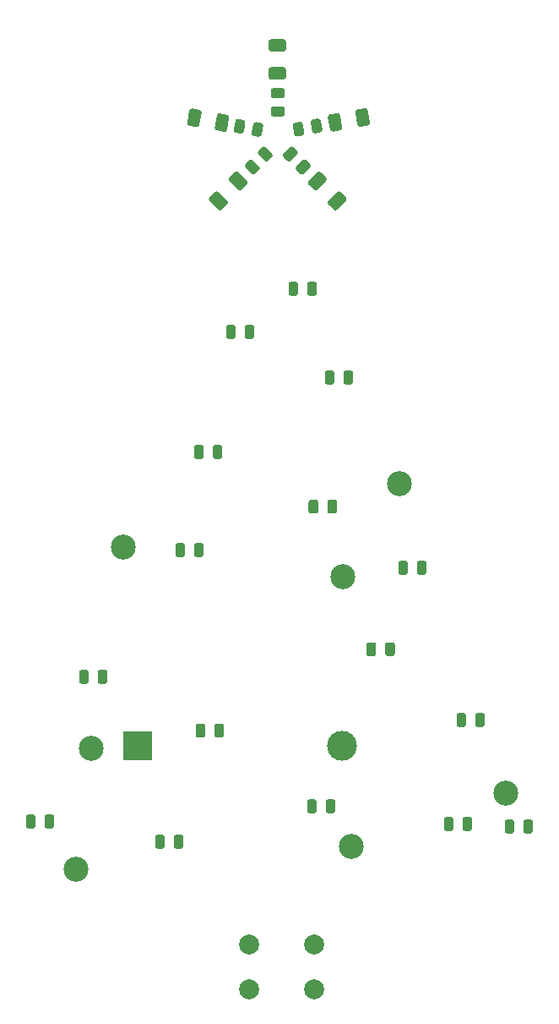
<source format=gbr>
%TF.GenerationSoftware,KiCad,Pcbnew,(5.1.10-1-10_14)*%
%TF.CreationDate,2021-11-29T00:45:18-05:00*%
%TF.ProjectId,christmas-ornament-pcb,63687269-7374-46d6-9173-2d6f726e616d,rev?*%
%TF.SameCoordinates,Original*%
%TF.FileFunction,Soldermask,Top*%
%TF.FilePolarity,Negative*%
%FSLAX46Y46*%
G04 Gerber Fmt 4.6, Leading zero omitted, Abs format (unit mm)*
G04 Created by KiCad (PCBNEW (5.1.10-1-10_14)) date 2021-11-29 00:45:18*
%MOMM*%
%LPD*%
G01*
G04 APERTURE LIST*
%ADD10R,3.000000X3.000000*%
%ADD11C,3.000000*%
%ADD12C,2.500000*%
%ADD13C,2.000000*%
G04 APERTURE END LIST*
D10*
%TO.C,BT1*%
X135790000Y-108500000D03*
D11*
X156280000Y-108500000D03*
%TD*%
%TO.C,R27*%
G36*
G01*
X152327935Y-46236295D02*
X152484219Y-47122624D01*
G75*
G02*
X152281430Y-47412237I-246201J-43412D01*
G01*
X151764404Y-47503402D01*
G75*
G02*
X151474791Y-47300613I-43412J246201D01*
G01*
X151318507Y-46414284D01*
G75*
G02*
X151521296Y-46124671I246201J43412D01*
G01*
X152038322Y-46033506D01*
G75*
G02*
X152327935Y-46236295I43412J-246201D01*
G01*
G37*
G36*
G01*
X154125209Y-45919387D02*
X154281493Y-46805716D01*
G75*
G02*
X154078704Y-47095329I-246201J-43412D01*
G01*
X153561678Y-47186494D01*
G75*
G02*
X153272065Y-46983705I-43412J246201D01*
G01*
X153115781Y-46097376D01*
G75*
G02*
X153318570Y-45807763I246201J43412D01*
G01*
X153835596Y-45716598D01*
G75*
G02*
X154125209Y-45919387I43412J-246201D01*
G01*
G37*
%TD*%
%TO.C,R26*%
G36*
G01*
X151767356Y-49300958D02*
X151130958Y-49937356D01*
G75*
G02*
X150777406Y-49937356I-176776J176776D01*
G01*
X150406174Y-49566124D01*
G75*
G02*
X150406174Y-49212572I176776J176776D01*
G01*
X151042572Y-48576174D01*
G75*
G02*
X151396124Y-48576174I176776J-176776D01*
G01*
X151767356Y-48947406D01*
G75*
G02*
X151767356Y-49300958I-176776J-176776D01*
G01*
G37*
G36*
G01*
X153057826Y-50591428D02*
X152421428Y-51227826D01*
G75*
G02*
X152067876Y-51227826I-176776J176776D01*
G01*
X151696644Y-50856594D01*
G75*
G02*
X151696644Y-50503042I176776J176776D01*
G01*
X152333042Y-49866644D01*
G75*
G02*
X152686594Y-49866644I176776J-176776D01*
G01*
X153057826Y-50237876D01*
G75*
G02*
X153057826Y-50591428I-176776J-176776D01*
G01*
G37*
%TD*%
%TO.C,R25*%
G36*
G01*
X148523042Y-49937356D02*
X147886644Y-49300958D01*
G75*
G02*
X147886644Y-48947406I176776J176776D01*
G01*
X148257876Y-48576174D01*
G75*
G02*
X148611428Y-48576174I176776J-176776D01*
G01*
X149247826Y-49212572D01*
G75*
G02*
X149247826Y-49566124I-176776J-176776D01*
G01*
X148876594Y-49937356D01*
G75*
G02*
X148523042Y-49937356I-176776J176776D01*
G01*
G37*
G36*
G01*
X147232572Y-51227826D02*
X146596174Y-50591428D01*
G75*
G02*
X146596174Y-50237876I176776J176776D01*
G01*
X146967406Y-49866644D01*
G75*
G02*
X147320958Y-49866644I176776J-176776D01*
G01*
X147957356Y-50503042D01*
G75*
G02*
X147957356Y-50856594I-176776J-176776D01*
G01*
X147586124Y-51227826D01*
G75*
G02*
X147232572Y-51227826I-176776J176776D01*
G01*
G37*
%TD*%
%TO.C,R24*%
G36*
G01*
X147195781Y-47142624D02*
X147352065Y-46256295D01*
G75*
G02*
X147641678Y-46053506I246201J-43412D01*
G01*
X148158704Y-46144671D01*
G75*
G02*
X148361493Y-46434284I-43412J-246201D01*
G01*
X148205209Y-47320613D01*
G75*
G02*
X147915596Y-47523402I-246201J43412D01*
G01*
X147398570Y-47432237D01*
G75*
G02*
X147195781Y-47142624I43412J246201D01*
G01*
G37*
G36*
G01*
X145398507Y-46825716D02*
X145554791Y-45939387D01*
G75*
G02*
X145844404Y-45736598I246201J-43412D01*
G01*
X146361430Y-45827763D01*
G75*
G02*
X146564219Y-46117376I-43412J-246201D01*
G01*
X146407935Y-47003705D01*
G75*
G02*
X146118322Y-47206494I-246201J43412D01*
G01*
X145601296Y-47115329D01*
G75*
G02*
X145398507Y-46825716I43412J246201D01*
G01*
G37*
%TD*%
%TO.C,D21*%
G36*
G01*
X157829756Y-46316928D02*
X157612696Y-45085918D01*
G75*
G02*
X157815486Y-44796304I246202J43412D01*
G01*
X158554092Y-44666068D01*
G75*
G02*
X158843706Y-44868858I43412J-246202D01*
G01*
X159060766Y-46099868D01*
G75*
G02*
X158857976Y-46389482I-246202J-43412D01*
G01*
X158119370Y-46519718D01*
G75*
G02*
X157829756Y-46316928I-43412J246202D01*
G01*
G37*
G36*
G01*
X155072294Y-46803142D02*
X154855234Y-45572132D01*
G75*
G02*
X155058024Y-45282518I246202J43412D01*
G01*
X155796630Y-45152282D01*
G75*
G02*
X156086244Y-45355072I43412J-246202D01*
G01*
X156303304Y-46586082D01*
G75*
G02*
X156100514Y-46875696I-246202J-43412D01*
G01*
X155361908Y-47005932D01*
G75*
G02*
X155072294Y-46803142I-43412J246202D01*
G01*
G37*
%TD*%
%TO.C,D20*%
G36*
G01*
X154886065Y-53939949D02*
X155769949Y-53056065D01*
G75*
G02*
X156123503Y-53056065I176777J-176777D01*
G01*
X156653833Y-53586395D01*
G75*
G02*
X156653833Y-53939949I-176777J-176777D01*
G01*
X155769949Y-54823833D01*
G75*
G02*
X155416395Y-54823833I-176777J176777D01*
G01*
X154886065Y-54293503D01*
G75*
G02*
X154886065Y-53939949I176777J176777D01*
G01*
G37*
G36*
G01*
X152906167Y-51960051D02*
X153790051Y-51076167D01*
G75*
G02*
X154143605Y-51076167I176777J-176777D01*
G01*
X154673935Y-51606497D01*
G75*
G02*
X154673935Y-51960051I-176777J-176777D01*
G01*
X153790051Y-52843935D01*
G75*
G02*
X153436497Y-52843935I-176777J176777D01*
G01*
X152906167Y-52313605D01*
G75*
G02*
X152906167Y-51960051I176777J176777D01*
G01*
G37*
%TD*%
%TO.C,D19*%
G36*
G01*
X143884051Y-53056065D02*
X144767935Y-53939949D01*
G75*
G02*
X144767935Y-54293503I-176777J-176777D01*
G01*
X144237605Y-54823833D01*
G75*
G02*
X143884051Y-54823833I-176777J176777D01*
G01*
X143000167Y-53939949D01*
G75*
G02*
X143000167Y-53586395I176777J176777D01*
G01*
X143530497Y-53056065D01*
G75*
G02*
X143884051Y-53056065I176777J-176777D01*
G01*
G37*
G36*
G01*
X145863949Y-51076167D02*
X146747833Y-51960051D01*
G75*
G02*
X146747833Y-52313605I-176777J-176777D01*
G01*
X146217503Y-52843935D01*
G75*
G02*
X145863949Y-52843935I-176777J176777D01*
G01*
X144980065Y-51960051D01*
G75*
G02*
X144980065Y-51606497I176777J176777D01*
G01*
X145510395Y-51076167D01*
G75*
G02*
X145863949Y-51076167I176777J-176777D01*
G01*
G37*
%TD*%
%TO.C,D18*%
G36*
G01*
X142199304Y-45115918D02*
X141982244Y-46346928D01*
G75*
G02*
X141692630Y-46549718I-246202J43412D01*
G01*
X140954024Y-46419482D01*
G75*
G02*
X140751234Y-46129868I43412J246202D01*
G01*
X140968294Y-44898858D01*
G75*
G02*
X141257908Y-44696068I246202J-43412D01*
G01*
X141996514Y-44826304D01*
G75*
G02*
X142199304Y-45115918I-43412J-246202D01*
G01*
G37*
G36*
G01*
X144956766Y-45602132D02*
X144739706Y-46833142D01*
G75*
G02*
X144450092Y-47035932I-246202J43412D01*
G01*
X143711486Y-46905696D01*
G75*
G02*
X143508696Y-46616082I43412J246202D01*
G01*
X143725756Y-45385072D01*
G75*
G02*
X144015370Y-45182282I246202J-43412D01*
G01*
X144753976Y-45312518D01*
G75*
G02*
X144956766Y-45602132I-43412J-246202D01*
G01*
G37*
%TD*%
%TO.C,D17*%
G36*
G01*
X150405000Y-39001000D02*
X149155000Y-39001000D01*
G75*
G02*
X148905000Y-38751000I0J250000D01*
G01*
X148905000Y-38001000D01*
G75*
G02*
X149155000Y-37751000I250000J0D01*
G01*
X150405000Y-37751000D01*
G75*
G02*
X150655000Y-38001000I0J-250000D01*
G01*
X150655000Y-38751000D01*
G75*
G02*
X150405000Y-39001000I-250000J0D01*
G01*
G37*
G36*
G01*
X150405000Y-41801000D02*
X149155000Y-41801000D01*
G75*
G02*
X148905000Y-41551000I0J250000D01*
G01*
X148905000Y-40801000D01*
G75*
G02*
X149155000Y-40551000I250000J0D01*
G01*
X150405000Y-40551000D01*
G75*
G02*
X150655000Y-40801000I0J-250000D01*
G01*
X150655000Y-41551000D01*
G75*
G02*
X150405000Y-41801000I-250000J0D01*
G01*
G37*
%TD*%
%TO.C,R23*%
G36*
G01*
X149379999Y-44480000D02*
X150280001Y-44480000D01*
G75*
G02*
X150530000Y-44729999I0J-249999D01*
G01*
X150530000Y-45255001D01*
G75*
G02*
X150280001Y-45505000I-249999J0D01*
G01*
X149379999Y-45505000D01*
G75*
G02*
X149130000Y-45255001I0J249999D01*
G01*
X149130000Y-44729999D01*
G75*
G02*
X149379999Y-44480000I249999J0D01*
G01*
G37*
G36*
G01*
X149379999Y-42655000D02*
X150280001Y-42655000D01*
G75*
G02*
X150530000Y-42904999I0J-249999D01*
G01*
X150530000Y-43430001D01*
G75*
G02*
X150280001Y-43680000I-249999J0D01*
G01*
X149379999Y-43680000D01*
G75*
G02*
X149130000Y-43430001I0J249999D01*
G01*
X149130000Y-42904999D01*
G75*
G02*
X149379999Y-42655000I249999J0D01*
G01*
G37*
%TD*%
D12*
%TO.C,REF\u002A\u002A*%
X157226000Y-118618000D03*
%TD*%
%TO.C,REF\u002A\u002A*%
X129570000Y-120880000D03*
%TD*%
%TO.C,REF\u002A\u002A*%
X131100000Y-108730000D03*
%TD*%
%TO.C,REF\u002A\u002A*%
X156320000Y-91600000D03*
%TD*%
%TO.C,REF\u002A\u002A*%
X172720000Y-113284000D03*
%TD*%
%TO.C,REF\u002A\u002A*%
X162052000Y-82296000D03*
%TD*%
%TO.C,REF\u002A\u002A*%
X134366000Y-88646000D03*
%TD*%
%TO.C,D16*%
G36*
G01*
X143460000Y-107456250D02*
X143460000Y-106543750D01*
G75*
G02*
X143703750Y-106300000I243750J0D01*
G01*
X144191250Y-106300000D01*
G75*
G02*
X144435000Y-106543750I0J-243750D01*
G01*
X144435000Y-107456250D01*
G75*
G02*
X144191250Y-107700000I-243750J0D01*
G01*
X143703750Y-107700000D01*
G75*
G02*
X143460000Y-107456250I0J243750D01*
G01*
G37*
G36*
G01*
X141585000Y-107456250D02*
X141585000Y-106543750D01*
G75*
G02*
X141828750Y-106300000I243750J0D01*
G01*
X142316250Y-106300000D01*
G75*
G02*
X142560000Y-106543750I0J-243750D01*
G01*
X142560000Y-107456250D01*
G75*
G02*
X142316250Y-107700000I-243750J0D01*
G01*
X141828750Y-107700000D01*
G75*
G02*
X141585000Y-107456250I0J243750D01*
G01*
G37*
%TD*%
%TO.C,D15*%
G36*
G01*
X152771500Y-63194250D02*
X152771500Y-62281750D01*
G75*
G02*
X153015250Y-62038000I243750J0D01*
G01*
X153502750Y-62038000D01*
G75*
G02*
X153746500Y-62281750I0J-243750D01*
G01*
X153746500Y-63194250D01*
G75*
G02*
X153502750Y-63438000I-243750J0D01*
G01*
X153015250Y-63438000D01*
G75*
G02*
X152771500Y-63194250I0J243750D01*
G01*
G37*
G36*
G01*
X150896500Y-63194250D02*
X150896500Y-62281750D01*
G75*
G02*
X151140250Y-62038000I243750J0D01*
G01*
X151627750Y-62038000D01*
G75*
G02*
X151871500Y-62281750I0J-243750D01*
G01*
X151871500Y-63194250D01*
G75*
G02*
X151627750Y-63438000I-243750J0D01*
G01*
X151140250Y-63438000D01*
G75*
G02*
X150896500Y-63194250I0J243750D01*
G01*
G37*
%TD*%
%TO.C,D14*%
G36*
G01*
X168344000Y-116788250D02*
X168344000Y-115875750D01*
G75*
G02*
X168587750Y-115632000I243750J0D01*
G01*
X169075250Y-115632000D01*
G75*
G02*
X169319000Y-115875750I0J-243750D01*
G01*
X169319000Y-116788250D01*
G75*
G02*
X169075250Y-117032000I-243750J0D01*
G01*
X168587750Y-117032000D01*
G75*
G02*
X168344000Y-116788250I0J243750D01*
G01*
G37*
G36*
G01*
X166469000Y-116788250D02*
X166469000Y-115875750D01*
G75*
G02*
X166712750Y-115632000I243750J0D01*
G01*
X167200250Y-115632000D01*
G75*
G02*
X167444000Y-115875750I0J-243750D01*
G01*
X167444000Y-116788250D01*
G75*
G02*
X167200250Y-117032000I-243750J0D01*
G01*
X166712750Y-117032000D01*
G75*
G02*
X166469000Y-116788250I0J243750D01*
G01*
G37*
%TD*%
%TO.C,D13*%
G36*
G01*
X154790000Y-85016250D02*
X154790000Y-84103750D01*
G75*
G02*
X155033750Y-83860000I243750J0D01*
G01*
X155521250Y-83860000D01*
G75*
G02*
X155765000Y-84103750I0J-243750D01*
G01*
X155765000Y-85016250D01*
G75*
G02*
X155521250Y-85260000I-243750J0D01*
G01*
X155033750Y-85260000D01*
G75*
G02*
X154790000Y-85016250I0J243750D01*
G01*
G37*
G36*
G01*
X152915000Y-85016250D02*
X152915000Y-84103750D01*
G75*
G02*
X153158750Y-83860000I243750J0D01*
G01*
X153646250Y-83860000D01*
G75*
G02*
X153890000Y-84103750I0J-243750D01*
G01*
X153890000Y-85016250D01*
G75*
G02*
X153646250Y-85260000I-243750J0D01*
G01*
X153158750Y-85260000D01*
G75*
G02*
X152915000Y-85016250I0J243750D01*
G01*
G37*
%TD*%
%TO.C,D12*%
G36*
G01*
X126434000Y-116534250D02*
X126434000Y-115621750D01*
G75*
G02*
X126677750Y-115378000I243750J0D01*
G01*
X127165250Y-115378000D01*
G75*
G02*
X127409000Y-115621750I0J-243750D01*
G01*
X127409000Y-116534250D01*
G75*
G02*
X127165250Y-116778000I-243750J0D01*
G01*
X126677750Y-116778000D01*
G75*
G02*
X126434000Y-116534250I0J243750D01*
G01*
G37*
G36*
G01*
X124559000Y-116534250D02*
X124559000Y-115621750D01*
G75*
G02*
X124802750Y-115378000I243750J0D01*
G01*
X125290250Y-115378000D01*
G75*
G02*
X125534000Y-115621750I0J-243750D01*
G01*
X125534000Y-116534250D01*
G75*
G02*
X125290250Y-116778000I-243750J0D01*
G01*
X124802750Y-116778000D01*
G75*
G02*
X124559000Y-116534250I0J243750D01*
G01*
G37*
%TD*%
%TO.C,D11*%
G36*
G01*
X143300000Y-79536250D02*
X143300000Y-78623750D01*
G75*
G02*
X143543750Y-78380000I243750J0D01*
G01*
X144031250Y-78380000D01*
G75*
G02*
X144275000Y-78623750I0J-243750D01*
G01*
X144275000Y-79536250D01*
G75*
G02*
X144031250Y-79780000I-243750J0D01*
G01*
X143543750Y-79780000D01*
G75*
G02*
X143300000Y-79536250I0J243750D01*
G01*
G37*
G36*
G01*
X141425000Y-79536250D02*
X141425000Y-78623750D01*
G75*
G02*
X141668750Y-78380000I243750J0D01*
G01*
X142156250Y-78380000D01*
G75*
G02*
X142400000Y-78623750I0J-243750D01*
G01*
X142400000Y-79536250D01*
G75*
G02*
X142156250Y-79780000I-243750J0D01*
G01*
X141668750Y-79780000D01*
G75*
G02*
X141425000Y-79536250I0J243750D01*
G01*
G37*
%TD*%
%TO.C,D10*%
G36*
G01*
X174440000Y-117042250D02*
X174440000Y-116129750D01*
G75*
G02*
X174683750Y-115886000I243750J0D01*
G01*
X175171250Y-115886000D01*
G75*
G02*
X175415000Y-116129750I0J-243750D01*
G01*
X175415000Y-117042250D01*
G75*
G02*
X175171250Y-117286000I-243750J0D01*
G01*
X174683750Y-117286000D01*
G75*
G02*
X174440000Y-117042250I0J243750D01*
G01*
G37*
G36*
G01*
X172565000Y-117042250D02*
X172565000Y-116129750D01*
G75*
G02*
X172808750Y-115886000I243750J0D01*
G01*
X173296250Y-115886000D01*
G75*
G02*
X173540000Y-116129750I0J-243750D01*
G01*
X173540000Y-117042250D01*
G75*
G02*
X173296250Y-117286000I-243750J0D01*
G01*
X172808750Y-117286000D01*
G75*
G02*
X172565000Y-117042250I0J243750D01*
G01*
G37*
%TD*%
%TO.C,D9*%
G36*
G01*
X160590000Y-99296250D02*
X160590000Y-98383750D01*
G75*
G02*
X160833750Y-98140000I243750J0D01*
G01*
X161321250Y-98140000D01*
G75*
G02*
X161565000Y-98383750I0J-243750D01*
G01*
X161565000Y-99296250D01*
G75*
G02*
X161321250Y-99540000I-243750J0D01*
G01*
X160833750Y-99540000D01*
G75*
G02*
X160590000Y-99296250I0J243750D01*
G01*
G37*
G36*
G01*
X158715000Y-99296250D02*
X158715000Y-98383750D01*
G75*
G02*
X158958750Y-98140000I243750J0D01*
G01*
X159446250Y-98140000D01*
G75*
G02*
X159690000Y-98383750I0J-243750D01*
G01*
X159690000Y-99296250D01*
G75*
G02*
X159446250Y-99540000I-243750J0D01*
G01*
X158958750Y-99540000D01*
G75*
G02*
X158715000Y-99296250I0J243750D01*
G01*
G37*
%TD*%
%TO.C,D8*%
G36*
G01*
X169614000Y-106374250D02*
X169614000Y-105461750D01*
G75*
G02*
X169857750Y-105218000I243750J0D01*
G01*
X170345250Y-105218000D01*
G75*
G02*
X170589000Y-105461750I0J-243750D01*
G01*
X170589000Y-106374250D01*
G75*
G02*
X170345250Y-106618000I-243750J0D01*
G01*
X169857750Y-106618000D01*
G75*
G02*
X169614000Y-106374250I0J243750D01*
G01*
G37*
G36*
G01*
X167739000Y-106374250D02*
X167739000Y-105461750D01*
G75*
G02*
X167982750Y-105218000I243750J0D01*
G01*
X168470250Y-105218000D01*
G75*
G02*
X168714000Y-105461750I0J-243750D01*
G01*
X168714000Y-106374250D01*
G75*
G02*
X168470250Y-106618000I-243750J0D01*
G01*
X167982750Y-106618000D01*
G75*
G02*
X167739000Y-106374250I0J243750D01*
G01*
G37*
%TD*%
%TO.C,D7*%
G36*
G01*
X141420000Y-89356250D02*
X141420000Y-88443750D01*
G75*
G02*
X141663750Y-88200000I243750J0D01*
G01*
X142151250Y-88200000D01*
G75*
G02*
X142395000Y-88443750I0J-243750D01*
G01*
X142395000Y-89356250D01*
G75*
G02*
X142151250Y-89600000I-243750J0D01*
G01*
X141663750Y-89600000D01*
G75*
G02*
X141420000Y-89356250I0J243750D01*
G01*
G37*
G36*
G01*
X139545000Y-89356250D02*
X139545000Y-88443750D01*
G75*
G02*
X139788750Y-88200000I243750J0D01*
G01*
X140276250Y-88200000D01*
G75*
G02*
X140520000Y-88443750I0J-243750D01*
G01*
X140520000Y-89356250D01*
G75*
G02*
X140276250Y-89600000I-243750J0D01*
G01*
X139788750Y-89600000D01*
G75*
G02*
X139545000Y-89356250I0J243750D01*
G01*
G37*
%TD*%
%TO.C,D6*%
G36*
G01*
X139388000Y-118566250D02*
X139388000Y-117653750D01*
G75*
G02*
X139631750Y-117410000I243750J0D01*
G01*
X140119250Y-117410000D01*
G75*
G02*
X140363000Y-117653750I0J-243750D01*
G01*
X140363000Y-118566250D01*
G75*
G02*
X140119250Y-118810000I-243750J0D01*
G01*
X139631750Y-118810000D01*
G75*
G02*
X139388000Y-118566250I0J243750D01*
G01*
G37*
G36*
G01*
X137513000Y-118566250D02*
X137513000Y-117653750D01*
G75*
G02*
X137756750Y-117410000I243750J0D01*
G01*
X138244250Y-117410000D01*
G75*
G02*
X138488000Y-117653750I0J-243750D01*
G01*
X138488000Y-118566250D01*
G75*
G02*
X138244250Y-118810000I-243750J0D01*
G01*
X137756750Y-118810000D01*
G75*
G02*
X137513000Y-118566250I0J243750D01*
G01*
G37*
%TD*%
%TO.C,D5*%
G36*
G01*
X156406000Y-72084250D02*
X156406000Y-71171750D01*
G75*
G02*
X156649750Y-70928000I243750J0D01*
G01*
X157137250Y-70928000D01*
G75*
G02*
X157381000Y-71171750I0J-243750D01*
G01*
X157381000Y-72084250D01*
G75*
G02*
X157137250Y-72328000I-243750J0D01*
G01*
X156649750Y-72328000D01*
G75*
G02*
X156406000Y-72084250I0J243750D01*
G01*
G37*
G36*
G01*
X154531000Y-72084250D02*
X154531000Y-71171750D01*
G75*
G02*
X154774750Y-70928000I243750J0D01*
G01*
X155262250Y-70928000D01*
G75*
G02*
X155506000Y-71171750I0J-243750D01*
G01*
X155506000Y-72084250D01*
G75*
G02*
X155262250Y-72328000I-243750J0D01*
G01*
X154774750Y-72328000D01*
G75*
G02*
X154531000Y-72084250I0J243750D01*
G01*
G37*
%TD*%
%TO.C,D4*%
G36*
G01*
X154628000Y-115010250D02*
X154628000Y-114097750D01*
G75*
G02*
X154871750Y-113854000I243750J0D01*
G01*
X155359250Y-113854000D01*
G75*
G02*
X155603000Y-114097750I0J-243750D01*
G01*
X155603000Y-115010250D01*
G75*
G02*
X155359250Y-115254000I-243750J0D01*
G01*
X154871750Y-115254000D01*
G75*
G02*
X154628000Y-115010250I0J243750D01*
G01*
G37*
G36*
G01*
X152753000Y-115010250D02*
X152753000Y-114097750D01*
G75*
G02*
X152996750Y-113854000I243750J0D01*
G01*
X153484250Y-113854000D01*
G75*
G02*
X153728000Y-114097750I0J-243750D01*
G01*
X153728000Y-115010250D01*
G75*
G02*
X153484250Y-115254000I-243750J0D01*
G01*
X152996750Y-115254000D01*
G75*
G02*
X152753000Y-115010250I0J243750D01*
G01*
G37*
%TD*%
%TO.C,D3*%
G36*
G01*
X146500000Y-67512250D02*
X146500000Y-66599750D01*
G75*
G02*
X146743750Y-66356000I243750J0D01*
G01*
X147231250Y-66356000D01*
G75*
G02*
X147475000Y-66599750I0J-243750D01*
G01*
X147475000Y-67512250D01*
G75*
G02*
X147231250Y-67756000I-243750J0D01*
G01*
X146743750Y-67756000D01*
G75*
G02*
X146500000Y-67512250I0J243750D01*
G01*
G37*
G36*
G01*
X144625000Y-67512250D02*
X144625000Y-66599750D01*
G75*
G02*
X144868750Y-66356000I243750J0D01*
G01*
X145356250Y-66356000D01*
G75*
G02*
X145600000Y-66599750I0J-243750D01*
G01*
X145600000Y-67512250D01*
G75*
G02*
X145356250Y-67756000I-243750J0D01*
G01*
X144868750Y-67756000D01*
G75*
G02*
X144625000Y-67512250I0J243750D01*
G01*
G37*
%TD*%
%TO.C,D2*%
G36*
G01*
X131768000Y-102056250D02*
X131768000Y-101143750D01*
G75*
G02*
X132011750Y-100900000I243750J0D01*
G01*
X132499250Y-100900000D01*
G75*
G02*
X132743000Y-101143750I0J-243750D01*
G01*
X132743000Y-102056250D01*
G75*
G02*
X132499250Y-102300000I-243750J0D01*
G01*
X132011750Y-102300000D01*
G75*
G02*
X131768000Y-102056250I0J243750D01*
G01*
G37*
G36*
G01*
X129893000Y-102056250D02*
X129893000Y-101143750D01*
G75*
G02*
X130136750Y-100900000I243750J0D01*
G01*
X130624250Y-100900000D01*
G75*
G02*
X130868000Y-101143750I0J-243750D01*
G01*
X130868000Y-102056250D01*
G75*
G02*
X130624250Y-102300000I-243750J0D01*
G01*
X130136750Y-102300000D01*
G75*
G02*
X129893000Y-102056250I0J243750D01*
G01*
G37*
%TD*%
%TO.C,D1*%
G36*
G01*
X163772000Y-91134250D02*
X163772000Y-90221750D01*
G75*
G02*
X164015750Y-89978000I243750J0D01*
G01*
X164503250Y-89978000D01*
G75*
G02*
X164747000Y-90221750I0J-243750D01*
G01*
X164747000Y-91134250D01*
G75*
G02*
X164503250Y-91378000I-243750J0D01*
G01*
X164015750Y-91378000D01*
G75*
G02*
X163772000Y-91134250I0J243750D01*
G01*
G37*
G36*
G01*
X161897000Y-91134250D02*
X161897000Y-90221750D01*
G75*
G02*
X162140750Y-89978000I243750J0D01*
G01*
X162628250Y-89978000D01*
G75*
G02*
X162872000Y-90221750I0J-243750D01*
G01*
X162872000Y-91134250D01*
G75*
G02*
X162628250Y-91378000I-243750J0D01*
G01*
X162140750Y-91378000D01*
G75*
G02*
X161897000Y-91134250I0J243750D01*
G01*
G37*
%TD*%
D13*
%TO.C,SW1*%
X153430000Y-132920000D03*
X153430000Y-128420000D03*
X146930000Y-132920000D03*
X146930000Y-128420000D03*
%TD*%
M02*

</source>
